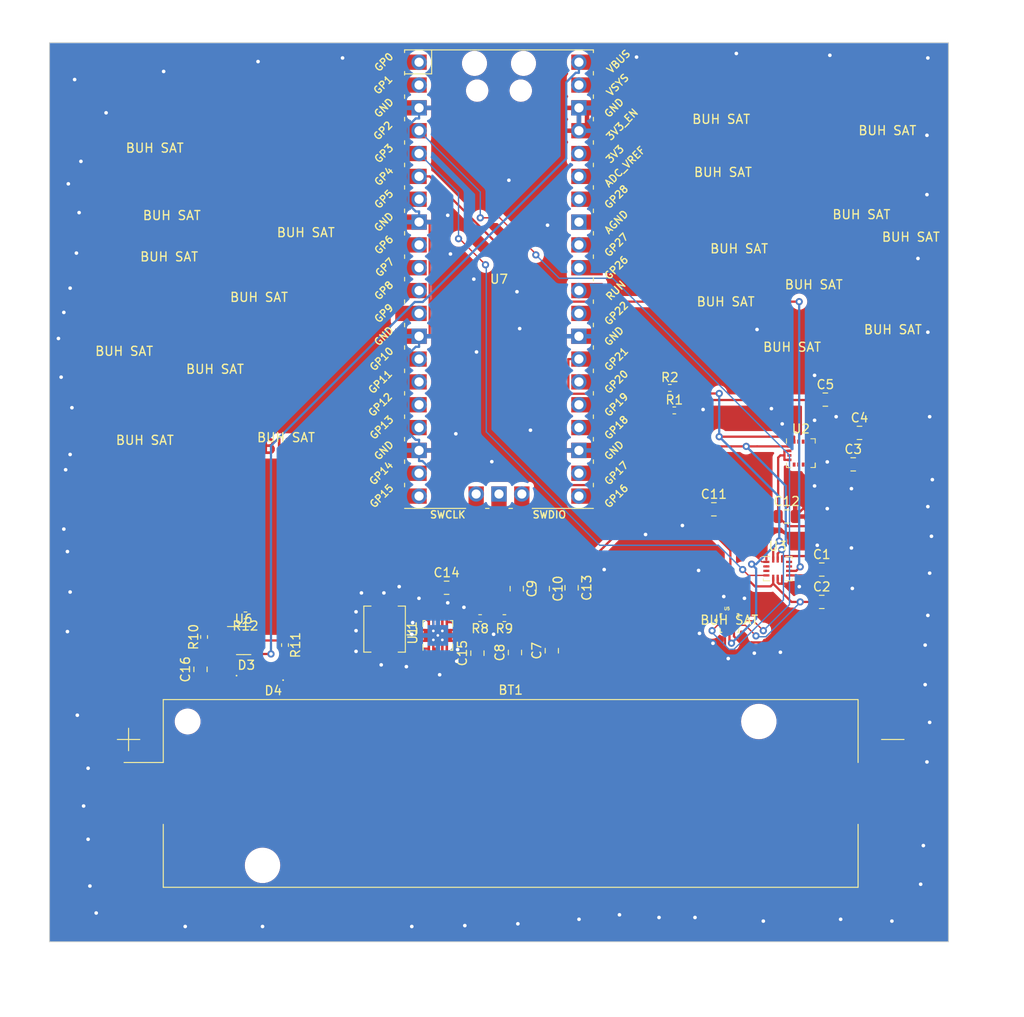
<source format=kicad_pcb>
(kicad_pcb (version 20221018) (generator pcbnew)
  (layers (0 "F.Cu" signal) (31 "B.Cu" signal) (34 "B.Paste" user) (35 "F.Paste" user) (36 "B.SilkS" user "B.Silkscreen") (37 "F.SilkS" user "F.Silkscreen") (38 "B.Mask" user) (39 "F.Mask" user) (44 "Edge.Cuts" user))
  (net 0 "")
  (net 1 "VBAT")
  (net 2 "GND")
  (net 3 "+3V3")
  (net 4 "Net-(U2-SETC)")
  (net 5 "Net-(U2-STEP)")
  (net 6 "Net-(U2-C1)")
  (net 7 "Net-(U1-FB)")
  (net 8 "Net-(U1-VAUX)")
  (net 9 "Net-(D3-K)")
  (net 10 "V-USB")
  (net 11 "Net-(D4-K)")
  (net 12 "Net-(U1-L2)")
  (net 13 "Net-(U1-L1)")
  (net 14 "SCL")
  (net 15 "SDA")
  (net 16 "Net-(U6-CHRG)")
  (net 17 "Net-(U6-STDBY)")
  (net 18 "Net-(U6-PROG)")
  (net 19 "unconnected-(U1-PG-Pad5)")
  (net 26 "INT1")
  (net 27 "INT2")
  (net 30 "INT")
  (net 58 "unconnected-(U3-ASDx-Pad2)")
  (net 59 "unconnected-(U3-ASCx-Pad3)")
  (footprint "Package_TO_SOT_SMD:SOT-23-6" (layer "F.Cu") (at 140.5 94.7)
    (fp_text reference "U6")
    (fp_text value "TP4057")
  )
  (footprint "Resistor_SMD:R_0402_1005Metric" (layer "F.Cu") (at 145.1 95.2 -90)
    (fp_text reference "R11")
    (fp_text value "10k")
  )
  (footprint "Capacitor_SMD:C_0805_2012Metric" (layer "F.Cu") (at 204.8 90.4)
    (fp_text reference "C2")
    (fp_text value "100nF")
  )
  (footprint "Capacitor_SMD:C_0805_2012Metric" (layer "F.Cu") (at 200.9 80.9)
    (fp_text reference "C12")
    (fp_text value "100nF")
  )
  (footprint "Resistor_SMD:R_0402_1005Metric" (layer "F.Cu") (at 188.4 69.1)
    (fp_text reference "R1")
    (fp_text value "4.7k")
  )
  (footprint "Capacitor_SMD:C_0805_2012Metric" (layer "F.Cu") (at 173.775 88.925 -90)
    (fp_text reference "C10")
    (fp_text value "22uF")
  )
  (footprint "Battery:BatteryHolder_Keystone_1042_1x18650" (layer "F.Cu") (at 170.2 111.7)
    (fp_text reference "BT1")
    (fp_text value "Battery")
  )
  (footprint "BMP388:PQFN50P200X200X80-10N" (layer "F.Cu") (at 194.535 92.75)
    (fp_text reference "U5")
    (fp_text value "BMP388")
  )
  (footprint "Capacitor_SMD:C_0805_2012Metric" (layer "F.Cu") (at 176.975 88.825 -90)
    (fp_text reference "C13")
    (fp_text value "22uF")
  )
  (footprint "Resistor_SMD:R_0402_1005Metric" (layer "F.Cu") (at 166.8 92.2 180)
    (fp_text reference "R8")
    (fp_text value "560k")
  )
  (footprint "LED_SMD:LED_0402_1005Metric" (layer "F.Cu") (at 140.8 98.6)
    (fp_text reference "D3")
    (fp_text value "LED_Red")
  )
  (footprint "Resistor_SMD:R_0402_1005Metric" (layer "F.Cu") (at 140.7 91.9 180)
    (fp_text reference "R12")
    (fp_text value "10k")
  )
  (footprint "Package_LGA:Bosch_LGA-14_3x2.5mm_P0.5mm" (layer "F.Cu") (at 199.9 86.7)
    (fp_text reference "U3")
    (fp_text value "BMI160")
  )
  (footprint "Capacitor_SMD:C_0805_2012Metric" (layer "F.Cu") (at 174.775 95.825 90)
    (fp_text reference "C7")
    (fp_text value "10uF")
  )
  (footprint "Capacitor_SMD:C_0805_2012Metric" (layer "F.Cu") (at 205.2 67.9)
    (fp_text reference "C5")
    (fp_text value "100nF")
  )
  (footprint "Capacitor_SMD:C_0805_2012Metric" (layer "F.Cu") (at 209 71.6)
    (fp_text reference "C4")
    (fp_text value "4.7 uF")
  )
  (footprint "Resistor_SMD:R_0402_1005Metric" (layer "F.Cu") (at 136.1 94.3 90)
    (fp_text reference "R10")
    (fp_text value "10k")
  )
  (footprint "Capacitor_SMD:C_0805_2012Metric" (layer "F.Cu") (at 163.075 88.825)
    (fp_text reference "C14")
    (fp_text value "10pF")
  )
  (footprint "Capacitor_SMD:C_0805_2012Metric" (layer "F.Cu") (at 166.5 96.1 90)
    (fp_text reference "C15")
    (fp_text value "100nF")
  )
  (footprint "Package_LGA:LGA-16_3x3mm_P0.5mm" (layer "F.Cu") (at 202.475 73.85)
    (fp_text reference "U2")
    (fp_text value "QMC5883L")
  )
  (footprint "Capacitor_SMD:C_0805_2012Metric" (layer "F.Cu") (at 204.8 86.8)
    (fp_text reference "C1")
    (fp_text value "100nF")
  )
  (footprint "Inductor_SMD:L_Chilisin_BMRA00040420" (layer "F.Cu") (at 156.175 93.425 -90)
    (fp_text reference "L1")
    (fp_text value "1Uh")
  )
  (footprint "LED_SMD:LED_0402_1005Metric" (layer "F.Cu") (at 143.8 99.1 180)
    (fp_text reference "D4")
    (fp_text value "LED_Green")
  )
  (footprint "Capacitor_SMD:C_0805_2012Metric" (layer "F.Cu") (at 170.875 88.925 -90)
    (fp_text reference "C9")
    (fp_text value "22uF")
  )
  (footprint "Resistor_SMD:R_0402_1005Metric" (layer "F.Cu") (at 187.9 66.6)
    (fp_text reference "R2")
    (fp_text value "4.7k")
  )
  (footprint "Capacitor_SMD:C_0805_2012Metric" (layer "F.Cu") (at 192.8 80.1)
    (fp_text reference "C11")
    (fp_text value "100nF")
  )
  (footprint "Capacitor_SMD:C_0805_2012Metric" (layer "F.Cu") (at 170.675 96.025 90)
    (fp_text reference "C8")
    (fp_text value "10uF")
  )
  (footprint "Capacitor_SMD:C_0805_2012Metric" (layer "F.Cu") (at 208.3 75.1)
    (fp_text reference "C3")
    (fp_text value "220nF")
  )
  (footprint "Package_SON:Texas_S-PWSON-N10_ThermalVias" (layer "F.Cu") (at 162.1 94.125 90)
    (fp_text reference "U1")
    (fp_text value "TPS63060")
  )
  (footprint "MCU_RaspberryPi_and_Boards:RPi_Pico_SMD_TH" (layer "F.Cu") (at 168.9 54.5)
    (fp_text reference "U7")
    (fp_text value "Pico")
  )
  (footprint "Capacitor_SMD:C_0805_2012Metric" (layer "F.Cu") (at 135.7 97.9 90)
    (fp_text reference "C16")
    (fp_text value "10uF")
  )
  (footprint "Resistor_SMD:R_0402_1005Metric" (layer "F.Cu") (at 169.5 92.2 180)
    (fp_text reference "R9")
    (fp_text value "100k")
  )
  (gr_rect (start 118.9 28.2) (end 218.9 128.2) (stroke (width 0.1)) (fill none) (layer "Edge.Cuts"))
  (gr_text "BUH SAT\n" (at 130.8 60.1) (layer "F.Cu") (effects (font (size 1.5 1.5) (thickness 0.3) bold) (justify left bottom)))
  (gr_text "BUH SAT\n" (at 138.2 49.8) (layer "F.Cu") (effects (font (size 1.5 1.5) (thickness 0.3) bold) (justify left bottom)))
  (gr_text "BUH SAT\n" (at 146.1 126.1) (layer "F.Cu") (effects (font (size 1.5 1.5) (thickness 0.3) bold) (justify left bottom)))
  (gr_text "BUH SAT\n" (at 124.1 92.5) (layer "F.Cu") (effects (font (size 1.5 1.5) (thickness 0.3) bold) (justify left bottom)))
  (gr_text "BUH SAT\n" (at 142.4 74) (layer "F.Cu") (effects (font (size 1.5 1.5) (thickness 0.3) bold) (justify left bottom)))
  (gr_text "BUH SAT\n" (at 181.4 98.7) (layer "F.Cu") (effects (font (size 1.5 1.5) (thickness 0.3) bold) (justify left bottom)))
  (gr_text "BUH SAT\n" (at 190.4 49.5) (layer "F.Cu") (effects (font (size 1.5 1.5) (thickness 0.3) bold) (justify left bottom)))
  (gr_text "BUH SAT\n" (at 205.6 40.1) (layer "F.Cu") (effects (font (size 1.5 1.5) (thickness 0.3) bold) (justify left bottom)))
  (gr_text "BUH SAT\n" (at 122.3 81.5) (layer "F.Cu") (effects (font (size 1.5 1.5) (thickness 0.3) bold) (justify left bottom)))
  (gr_text "BUH SAT\n" (at 128.1 43.5) (layer "F.Cu") (effects (font (size 1.5 1.5) (thickness 0.3) bold) (justify left bottom)))
  (gr_text "BUH SAT\n" (at 121.9 68.7) (layer "F.Cu") (effects (font (size 1.5 1.5) (thickness 0.3) bold) (justify left bottom)))
  (gr_text "BUH SAT\n" (at 207.1 35.6) (layer "F.Cu") (effects (font (size 1.5 1.5) (thickness 0.3) bold) (justify left bottom)))
  (gr_text "BUH SAT\n" (at 137.8 36.3) (layer "F.Cu") (effects (font (size 1.5 1.5) (thickness 0.3) bold) (justify left bottom)))
  (gr_text "BUH SAT\n" (at 188.5 42.7) (layer "F.Cu") (effects (font (size 1.5 1.5) (thickness 0.3) bold) (justify left bottom)))
  (gr_text "BUH SAT\n" (at 144.6 84.3) (layer "F.Cu") (effects (font (size 1.5 1.5) (thickness 0.3) bold) (justify left bottom)))
  (gr_text "BUH SAT\n" (at 122.5 57.1) (layer "F.Cu") (effects (font (size 1.5 1.5) (thickness 0.3) bold) (justify left bottom)))
  (gr_text "BUH SAT\n" (at 208.786079 38.554666) (layer "F.SilkS") (effects (font (size 1 1)) (justify left bottom)))
  (gr_text "BUH SAT\n" (at 198.187661 62.64198) (layer "F.SilkS") (effects (font (size 1 1)) (justify left bottom)))
  (gr_text "BUH SAT\n" (at 205.9 47.9) (layer "F.SilkS") (effects (font (size 1 1)) (justify left bottom)))
  (gr_text "BUH SAT\n" (at 126.2 73) (layer "F.SilkS") (effects (font (size 1 1)) (justify left bottom)))
  (gr_text "BUH SAT\n" (at 123.9 63.1) (layer "F.SilkS") (effects (font (size 1 1)) (justify left bottom)))
  (gr_text "BUH SAT\n" (at 191.2 93) (layer "F.SilkS") (effects (font (size 1 1)) (justify left bottom)))
  (gr_text "BUH SAT\n" (at 190.8 57.6) (layer "F.SilkS") (effects (font (size 1 1)) (justify left bottom)))
  (gr_text "BUH SAT\n" (at 129.2 48) (layer "F.SilkS") (effects (font (size 1 1)) (justify left bottom)))
  (gr_text "BUH SAT\n" (at 211.4 50.4) (layer "F.SilkS") (effects (font (size 1 1)) (justify left bottom)))
  (gr_text "BUH SAT\n" (at 138.9 57.1) (layer "F.SilkS") (effects (font (size 1 1)) (justify left bottom)))
  (gr_text "BUH SAT\n" (at 200.6 55.7) (layer "F.SilkS") (effects (font (size 1 1)) (justify left bottom)))
  (gr_text "BUH SAT\n" (at 209.4 60.7) (layer "F.SilkS") (effects (font (size 1 1)) (justify left bottom)))
  (gr_text "BUH SAT\n" (at 134 65.1) (layer "F.SilkS") (effects (font (size 1 1)) (justify left bottom)))
  (gr_text "BUH SAT\n" (at 144.1 49.9) (layer "F.SilkS") (effects (font (size 1 1)) (justify left bottom)))
  (gr_text "BUH SAT\n" (at 141.9 72.7) (layer "F.SilkS") (effects (font (size 1 1)) (justify left bottom)))
  (gr_text "BUH SAT\n" (at 190.5 43.2) (layer "F.SilkS") (effects (font (size 1 1)) (justify left bottom)))
  (gr_text "BUH SAT\n" (at 128.9 52.6) (layer "F.SilkS") (effects (font (size 1 1)) (justify left bottom)))
  (gr_text "BUH SAT\n" (at 192.3 51.7) (layer "F.SilkS") (effects (font (size 1 1)) (justify left bottom)))
  (gr_text "BUH SAT\n" (at 190.3 37.3) (layer "F.SilkS") (effects (font (size 1 1)) (justify left bottom)))
  (gr_text "BUH SAT\n" (at 127.3 40.5) (layer "F.SilkS") (effects (font (size 1 1)) (justify left bottom)))
  (segment (start 130.87 111.7) (end 130.87 103.68) (width 0.25) (layer "F.Cu") (net 1))
  (segment (start 135.7 98.85) (end 138.9 95.65) (width 0.25) (layer "F.Cu") (net 1))
  (segment (start 169.714 97.9362) (end 170.675 96.975) (width 0.25) (layer "F.Cu") (net 1))
  (segment (start 158.684 99.7681) (end 136.618 99.7681) (width 0.25) (layer "F.Cu") (net 1))
  (segment (start 139.362 95.65) (end 139.3625 95.65) (width 0.25) (layer "F.Cu") (net 1))
  (segment (start 163.684 97.9362) (end 169.714 97.9362) (width 0.25) (layer "F.Cu") (net 1))
  (segment (start 136.618 99.7681) (end 135.7 98.85) (width 0.25) (layer "F.Cu") (net 1))
  (segment (start 162.1 95.885) (end 161.85 95.885) (width 0.25) (layer "F.Cu") (net 1))
  (segment (start 161.85 95.6) (end 161.6 95.6) (width 0.25) (layer "F.Cu") (net 1))
  (segment (start 162.1 95.885) (end 162.1 96.3519) (width 0.25) (layer "F.Cu") (net 1))
  (segment (start 162.1 96.3519) (end 163.684 97.9362) (width 0.25) (layer "F.Cu") (net 1))
  (segment (start 161.85 95.885) (end 161.85 95.6) (width 0.25) (layer "F.Cu") (net 1))
  (segment (start 174.775 96.775) (end 170.875 96.775) (width 0.25) (layer "F.Cu") (net 1))
  (segment (start 138.9 95.65) (end 139.362 95.65) (width 0.25) (layer "F.Cu") (net 1))
  (segment (start 130.87 103.68) (end 135.7 98.85) (width 0.25) (layer "F.Cu") (net 1))
  (segment (start 162.1 96.3519) (end 158.684 99.7681) (width 0.25) (layer "F.Cu") (net 1))
  (segment (start 161.85 95.885) (end 161.6 95.885) (width 0.25) (layer "F.Cu") (net 1))
  (segment (start 162.1 95.6) (end 161.85 95.6) (width 0.25) (layer "F.Cu") (net 1))
  (segment (start 170.875 96.775) (end 170.675 96.975) (width 0.25) (layer "F.Cu") (net 1))
  (segment (start 190.471 77.46) (end 190.868 77.8568) (width 0.25) (layer "F.Cu") (net 2))
  (segment (start 200.4 88.3769) (end 200.4 88.0447) (width 0.25) (layer "F.Cu") (net 2))
  (segment (start 198.6375 85.95) (end 198.15 85.95) (width 0.15) (layer "F.Cu") (net 2))
  (segment (start 186.783 77.4064) (end 190.471 77.4064) (width 0.25) (layer "F.Cu") (net 2))
  (segment (start 163.525 94.56) (end 162.66 94.56) (width 0.25) (layer "F.Cu") (net 2))
  (segment (start 160.675 93.69) (end 161.54 93.69) (width 0.25) (layer "F.Cu") (net 2))
  (segment (start 177.79 73.55) (end 176.2678 73.55) (width 0.25) (layer "F.Cu") (net 2))
  (segment (start 205.75 86.8) (end 205.75 88.3769) (width 0.25) (layer "F.Cu") (net 2))
  (segment (start 160.675 94.3425) (end 160.675 94.725) (width 0.25) (layer "F.Cu") (net 2))
  (segment (start 191.374 77.7244) (end 193.75 80.1) (width 0.25) (layer "F.Cu") (net 2))
  (segment (start 170.675 95.075) (end 166.575 95.075) (width 0.25) (layer "F.Cu") (net 2))
  (segment (start 197 94.9) (end 196.1 95.8) (width 0.25) (layer "F.Cu") (net 2))
  (segment (start 200.4 88.0447) (end 200.4 87.7125) (width 0.25) (layer "F.Cu") (net 2))
  (segment (start 209.95 71.6) (end 208.786 72.7642) (width 0.25) (layer "F.Cu") (net 2))
  (segment (start 201.9769 88.3769) (end 200.4 88.3769) (width 0.25) (layer "F.Cu") (net 2))
  (segment (start 195.035 94.235) (end 195.7 94.9) (width 0.25) (layer "F.Cu") (net 2))
  (segment (start 160.01 60.85) (end 161.187 60.85) (width 0.25) (layer "F.Cu") (net 2))
  (segment (start 139.362 94.7) (end 139.3625 94.7) (width 0.25) (layer "F.Cu") (net 2))
  (segment (start 163.525 93.925) (end 163.525 94.325) (width 0.25) (layer "F.Cu") (net 2))
  (segment (start 194.035 95.2) (end 194.035 95.265) (width 0.25) (layer "F.Cu") (net 2))
  (segment (start 197.375 91.2) (end 197.7 91.525) (width 0.25) (layer "F.Cu") (net 2))
  (segment (start 208.072 69.7222) (end 207.972 69.7222) (width 0.25) (layer "F.Cu") (net 2))
  (segment (start 161.883 94.56) (end 162.66 94.56) (width 0.25) (layer "F.Cu") (net 2))
  (segment (start 163.525 93.525) (end 163.525 93.69) (width 0.25) (layer "F.Cu") (net 2))
  (segment (start 202.6231 88.3769) (end 202.3 88.7) (width 0.25) (layer "F.Cu") (net 2))
  (segment (start 202.3 88.7) (end 201.9769 88.3769) (width 0.25) (layer "F.Cu") (net 2))
  (segment (start 160.01 48.15) (end 161.187 48.15) (width 0.25) (layer "F.Cu") (net 2))
  (segment (start 136.324 91.9) (end 140.19 91.9) (width 0.25) (layer "F.Cu") (net 2))
  (segment (start 162.6 95.885) (end 162.6 95.6) (width 0.25) (layer "F.Cu") (net 2))
  (segment (start 134.904 94.6196) (end 134.904 93.3198) (width 0.25) (layer "F.Cu") (net 2))
  (segment (start 194.8 91.2) (end 197.375 91.2) (width 0.25) (layer "F.Cu") (net 2))
  (segment (start 140.19 91.9) (end 140.873 91.2168) (width 0.25) (layer "F.Cu") (net 2))
  (segment (start 206.253 74.6) (end 205.412 74.6) (width 0.25) (layer "F.Cu") (net 2))
  (segment (start 177.79 35.45) (end 160.01 35.45) (width 0.25) (layer "F.Cu") (net 2))
  (segment (start 160.675 94.325) (end 160.675 93.925) (width 0.25) (layer "F.Cu") (net 2))
  (segment (start 170.875 90.315) (end 170.03 91.1596) (width 0.25) (layer "F.Cu") (net 2))
  (segment (start 200.4 88.3769) (end 200.036376 88.3769) (width 0.25) (layer "F.Cu") (net 2))
  (segment (start 199.3 91.525) (end 206.875 91.525) (width 0.25) (layer "F.Cu") (net 2))
  (segment (start 209.53 111.7) (end 209.53 94.18) (width 0.25) (layer "F.Cu") (net 2))
  (segment (start 160.675 93.925) (end 160.675 93.69) (width 0.25) (layer "F.Cu") (net 2))
  (segment (start 162.66 94.56) (end 162.6 94.62) (width 0.25) (layer "F.Cu") (net 2))
  (segment (start 161.882 94.3425) (end 161.882 94.5594) (width 0.25) (layer "F.Cu") (net 2))
  (segment (start 200.4 87.7125) (end 200.4 88.3769) (width 0.25) (layer "F.Cu") (net 2))
  (segment (start 170.875 92.0042) (end 170.875 94.875) (width 0.25) (layer "F.Cu") (net 2))
  (segment (start 162.6 93.625) (end 162.6 92.65) (width 0.25) (layer "F.Cu") (net 2))
  (segment (start 162.6 94.625) (end 162.6 95.6) (width 0.25) (layer "F.Cu") (net 2))
  (segment (start 177.79 60.85) (end 161.187 60.85) (width 0.25) (layer "F.Cu") (net 2))
  (segment (start 196.1 95.8) (end 194.4 95.8) (width 0.25) (layer "F.Cu") (net 2))
  (segment (start 161.54 94.3425) (end 161.54 94.56) (width 0.25) (layer "F.Cu") (net 2))
  (segment (start 163.525 93.69) (end 162.66 93.69) (width 0.25) (layer "F.Cu") (net 2))
  (segment (start 163.525 94.725) (end 163.525 94.56) (width 0.25) (layer "F.Cu") (net 2))
  (segment (start 164.025 91.5744) (end 164.025 88.825) (width 0.25) (layer "F.Cu") (net 2))
  (segment (start 194.4 95.8) (end 194.035 95.435) (width 0.25) (layer "F.Cu") (net 2))
  (segment (start 161.54 94.3425) (end 160.675 94.3425) (width 0.25) (layer "F.Cu") (net 2))
  (segment (start 176.875 89.875) (end 176.975 89.775) (width 0.25) (layer "F.Cu") (net 2))
  (segment (start 136.467 96.1829) (end 137.95 94.7) (width 0.25) (layer "F.Cu") (net 2))
  (segment (start 134.904 93.3198) (end 136.324 91.9) (width 0.25) (layer "F.Cu") (net 2))
  (segment (start 163.701 91.8981) (end 164.025 91.5744) (width 0.25) (layer "F.Cu") (net 2))
  (segment (start 206.875 91.525) (end 205.75 90.4) (width 0.25) (layer "F.Cu") (net 2))
  (segment (start 160.675 93.69) (end 160.675 93.525) (width 0.25) (layer "F.Cu") (net 2))
  (segment (start 204.302 73.6) (end 204.302 73.3925) (width 0.25) (layer "F.Cu") (net 2))
  (segment (start 161.6 94.62) (end 161.6 94.625) (width 0.25) (layer "F.Cu") (net 2))
  (segment (start 161.54 94.56) (end 161.6 94.62) (width 0.25) (layer "F.Cu") (net 2))
  (segment (start 205.412 74.6) (end 205.412 74.8282) (width 0.25) (layer "F.Cu") (net 2))
  (segment (start 135.7 96.95) (end 136.467 96.1829) (width 0.25) (layer "F.Cu") (net 2))
  (segment (start 200.036376 88.3769) (end 199.9 88.240524) (width 0.25) (layer "F.Cu") (net 2))
  (segment (start 191.242 77.8568) (end 191.374 77.7244) (width 0.25) (layer "F.Cu") (net 2))
  (segment (start 204.068 80.0255) (end 202.724 80.0255) (width 0.25) (layer "F.Cu") (net 2))
  (segment (start 199.3 93.9) (end 199.3 91.525) (width 0.25) (layer "F.Cu") (net 2))
  (segment (start 162.1 94.125) (end 161.882 94.3425) (width 0.25) (layer "F.Cu") (net 2))
  (segment (start 207.972 69.7222) (end 206.15 67.9) (width 0.25) (layer "F.Cu") (net 2))
  (segment (start 195.035 91.985) (end 195.12 91.9) (width 0.25) (layer "F.Cu") (net 2))
  (segment (start 190.868 77.8568) (end 191.242 77.8568) (width 0.25) (layer "F.Cu") (net 2))
  (segment (start 173.775 89.875) (end 176.875 89.875) (width 0.25) (layer "F.Cu") (net 2))
  (segment (start 199.9 88.240524) (end 199.9 87.7125) (width 0.25) (layer "F.Cu") (net 2))
  (segment (start 163.525 94.56) (end 163.525 94.325) (width 0.25) (layer "F.Cu") (net 2))
  (segment (start 174.775 94.875) (end 170.875 94.875) (width 0.25) (layer "F.Cu") (net 2))
  (segment (start 166.5 94.6968) (end 166.5 95.15) (width 0.25) (layer "F.Cu") (net 2))
  (segment (start 186.782 77.4049) (end 186.783 77.4064) (width 0.25) (layer "F.Cu") (net 2))
  (segment (start 208.786 72.7642) (end 208.089 72.7642) (width 0.25) (layer "F.Cu") (net 2))
  (segment (start 190.471 77.4064) (end 190.471 77.46) (width 0.25) (layer "F.Cu") (net 2))
  (segment (start 162.6 93.63) (end 162.6 93.625) (width 0.25) (layer "F.Cu") (net 2))
  (segment (start 163.525 93.69) (end 163.525 93.925) (width 0.25) (layer "F.Cu") (net 2))
  (segment (start 160.675 94.325) (end 160.675 94.3425) (width 0.25) (layer "F.Cu") (net 2))
  (segment (start 203.75 73.6) (end 204.302 73.6) (width 0.25) (layer "F.Cu") (net 2))
  (segment (start 194.535 91.465) (end 194.8 91.2) (width 0.25) (layer "F.Cu") (net 2))
  (segment (start 161.882 94.5594) (end 161.883 94.56) (width 0.25) (layer "F.Cu") (net 2))
  (segment (start 160.01 73.55) (end 173.088 73.55) (width 0.25) (layer "F.Cu") (net 2))
  (segment (start 161.882 94.3425) (end 161.54 94.3425) (width 0.25) (layer "F.Cu") (net 2))
  (segment (start 173.088 73.55) (end 174.6779 75.1399) (width 0.25) (layer "F.Cu") (net 2))
  (segment (start 162.6 94.62) (end 162.6 94.625) (width 0.25) (layer "F.Cu") (net 2))
  (segment (start 197 94.9) (end 198.3 94.9) (width 0.25) (layer "F.Cu") (net 2))
  (segment (start 162.6 92.65) (end 162.6 92.365) (width 0.25) (layer "F.Cu") (net 2))
  (segment (start 170.03 91.1596) (end 170.875 92.0042) (width 0.25) (layer "F.Cu") (net 2))
  (segment (start 198.3 94.9) (end 199.3 93.9) (width 0.25) (layer "F.Cu") (net 2))
  (segment (start 176.2678 73.55) (end 174.6779 75.1399) (width 0.25) (layer "F.Cu") (net 2))
  (segment (start 162.6 92.365) (end 162.6 91.8981) (width 0.25) (layer "F.Cu") (net 2))
  (segment (start 194.035 95.435) (end 194.035 95.2) (width 0.25) (layer "F.Cu") (net 2))
  (segment (start 163.701 91.8981) (end 166.5 94.6968) (width 0.25) (layer "F.Cu") (net 2))
  (segment (start 170.03 91.1596) (end 168.99 92.2) (width 0.25) (layer "F.Cu") (net 2))
  (segment (start 195.035 93.515) (end 195.035 94.235) (width 0.25) (layer "F.Cu") (net 2))
  (segment (start 205.412 74.6) (end 203.75 74.6) (width 0.25) (layer "F.Cu") (net 2))
  (segment (start 202.724 80.0255) (end 201.85 80.9) (width 0.25) (layer "F.Cu") (net 2))
  (segment (start 162.66 93.69) (end 162.6 93.63) (width 0.25) (layer "F.Cu") (net 2))
  (segment (start 194.035 93.515) (end 194.035 95.2) (width 0.25) (layer "F.Cu") (net 2))
  (segment (start 195.7 94.9) (end 197 94.9) (width 0.25) (layer "F.Cu") (net 2))
  (segment (start 170.875 89.875) (end 170.875 90.315) (width 0.25) (layer "F.Cu") (net 2))
  (segment (start 161.54 93.685) (end 161.54 93.69) (width 0.25) (layer "F.Cu") (net 2))
  (segment (start 204.302 73.3925) (end 207.972 69.7222) (width 0.25) (layer "F.Cu") (net 2))
  (segment (start 205.412 80.0255) (end 204.068 80.0255) (width 0.25) (layer "F.Cu") (net 2))
  (segment (start 198.15 85.95) (end 197.5 85.3) (width 0.15) (layer "F.Cu") (net 2))
  (segment (start 162.6 91.8981) (end 163.701 91.8981) (width 0.25) (layer "F.Cu") (net 2))
  (segment (start 140.873 91.2168) (end 142.599 91.2168) (width 0.25) (layer "F.Cu") (net 2))
  (segment (start 197.7 91.525) (end 199.3 91.525) (width 0.25) (layer "F.Cu") (net 2))
  (segment (start 197.325 91.9) (end 197.7 91.525) (width 0.25) (layer "F.Cu") (net 2))
  (segment (start 142.599 91.2168) (end 144.907 93.525) (width 0.25) (layer "F.Cu") (net 2))
  (segment (start 136.467 96.1829) (end 134.904 94.6196) (width 0.25) (layer "F.Cu") (net 2))
  (segment (start 205.75 88.3769) (end 205.75 90.4) (width 0.25) (layer "F.Cu") (net 2))
  (segment (start 208.089 72.7642) (end 206.253 74.6) (width 0.25) (layer "F.Cu") (net 2))
  (segment (start 209.53 94.18) (end 206.875 91.525) (width 0.25) (layer "F.Cu") (net 2))
  (segment (start 194.535 91.985) (end 194.535 91.465) (width 0.25) (layer "F.Cu") (net 2))
  (segment (start 161.187 48.15) (end 161.187 60.85) (width 0.25) (layer "F.Cu") (net 2))
  (segment (start 176.943 77.4049) (end 186.782 77.4049) (width 0.25) (layer "F.Cu") (net 2))
  (segment (start 170.875 89.875) (end 173.775 89.875) (width 0.25) (layer "F.Cu") (net 2))
  (segment (start 137.95 94.7) (end 139.362 94.7) (width 0.25) (layer "F.Cu") (net 2))
  (segment (start 166.575 95.075) (end 166.5 95.15) (width 0.25) (layer "F.Cu") (net 2))
  (segment (start 174.6779 75.1399) (end 176.943 77.4049) (width 0.25) (layer "F.Cu") (net 2))
  (segment (start 170.875 94.875) (end 170.675 95.075) (width 0.25) (layer "F.Cu") (net 2))
  (segment (start 195.12 91.9) (end 197.325 91.9) (width 0.25) (layer "F.Cu") (net 2))
  (segment (start 161.6 93.625) (end 161.54 93.685) (width 0.25) (layer "F.Cu") (net 2))
  (segment (start 209.95 71.6) (end 208.072 69.7222) (width 0.25) (layer "F.Cu") (net 2))
  (via (at 162.3 98.5) (size 0.8) (drill 0.4) (layers "F.Cu" "B.Cu") (net 2))
  (via (at 159.3 92.7) (size 0.8) (drill 0.4) (layers "F.Cu" "B.Cu") (net 2))
  (via (at 122.2 47.1) (size 0.8) (drill 0.4) (layers "F.Cu" "B.Cu") (net 2))
  (via (at 121.9 51.6) (size 0.8) (drill 0.4) (layers "F.Cu" "B.Cu") (net 2))
  (via (at 217.1 76.8) (size 0.8) (drill 0.4) (layers "F.Cu" "B.Cu") (net 2))
  (via (at 121 43.9) (size 0.8) (drill 0.4) (layers "F.Cu" "B.Cu") (net 2))
  (via (at 185.2 82.9) (size 0.8) (drill 0.4) (layers "F.Cu" "B.Cu") (net 2))
  (via (at 196.2 90) (size 0.8) (drill 0.4) (layers "F.Cu" "B.Cu") (net 2))
  (via (at 153 95.9) (size 0.8) (drill 0.4) (layers "F.Cu" "B.Cu") (net 2))
  (via (at 131.6 31.4) (size 0.8) (drill 0.4) (layers "F.Cu" "B.Cu") (net 2))
  (via (at 164.3 95.7) (size 0.8) (drill 0.4) (layers "F.Cu" "B.Cu") (net 2))
  (via (at 206.9 125.7) (size 0.8) (drill 0.4) (layers "F.Cu" "B.Cu") (net 2))
  (via (at 204 65.2) (size 0.8) (drill 0.4) (layers "F.Cu" "B.Cu") (net 2))
  (via (at 164.1 71.7) (size 0.8) (drill 0.4) (layers "F.Cu" "B.Cu") (net 2))
  (via (at 158.6 97.6) (size 0.8) (drill 0.4) (layers "F.Cu" "B.Cu") (net 2))
  (via (at 157.8 88.7) (size 0.8) (drill 0.4) (layers "F.Cu" "B.Cu") (net 2))
  (via (at 208.1 84.4) (size 0.8) (drill 0.4) (layers "F.Cu" "B.Cu") (net 2))
  (via (at 204 70.2) (size 0.8) (drill 0.4) (layers "F.Cu" "B.Cu") (net 2))
  (via (at 151.5 29.9) (size 0.8) (drill 0.4) (layers "F.Cu" "B.Cu") (net 2))
  (via (at 134 126.5) (size 0.8) (drill 0.4) (layers "F.Cu" "B.Cu") (net 2))
  (via (at 208.2 88.9) (size 0.8) (drill 0.4) (layers "F.Cu" "B.Cu") (net 2))
  (via (at 216.5 38.5) (size 0.8) (drill 0.4) (layers "F.Cu" "B.Cu") (net 2))
  (via (at 184.2 29.8) (size 0.8) (drill 0.4) (layers "F.Cu" "B.Cu") (net 2))
  (via (at 120.2 65.4) (size 0.8) (drill 0.4) (layers "F.Cu" "B.Cu") (net 2))
  (via (at 163.2 90.5) (size 0.8) (drill 0.4) (layers "F.Cu" "B.Cu") (net 2))
  (via (at 166.1 54.5) (size 0.8) (drill 0.4) (layers "F.Cu" "B.Cu") (net 2))
  (via (at 190.7 125.5) (size 0.8) (drill 0.4) (layers "F.Cu" "B.Cu") (net 2))
  (via (at 123.2 116.8) (size 0.8) (drill 0.4) (layers "F.Cu" "B.Cu") (net 2))
  (via (at 216.5 108.2) (size 0.8) (drill 0.4) (layers "F.Cu" "B.Cu") (net 2))
  (via (at 171.2 60) (size 0.8) (drill 0.4) (layers "F.Cu" "B.Cu") (net 2))
  (via (at 142.6 126.5) (size 0.8) (drill 0.4) (layers "F.Cu" "B.Cu") (net 2))
  (via (at 216.6 79.8) (size 0.8) (drill 0.4) (layers "F.Cu" "B.Cu") (net 2))
  (via (at 163.2 47.4) (size 0.8) (drill 0.4) (layers "F.Cu" "B.Cu") (net 2))
  (via (at 156.1 89.4) (size 0.8) (drill 0.4) (layers "F.Cu" "B.Cu") (net 2))
  (via (at 165 91) (size 0.8) (drill 0.4) (layers "F.Cu" "B.Cu") (net 2))
  (via (at 194.4 96.7) (size 0.8) (drill 0.4) (layers "F.Cu" "B.Cu") (net 2))
  (via (at 191.2 93.9) (size 0.8) (drill 0.4) (layers "F.Cu" "B.Cu") (net 2))
  (via (at 170 43.5) (size 0.8) (drill 0.4) (layers "F.Cu" "B.Cu") (net 2))
  (via (at 204.3 84.1) (size 0.8) (drill 0.4) (layers "F.Cu" "B.Cu") (net 2))
  (via (at 121.2 74) (size 0.8) (drill 0.4) (layers "F.Cu" "B.Cu") (net 2))
  (via (at 215.5 52.2) (size 0.8) (drill 0.4) (layers "F.Cu" "B.Cu") (net 2))
  (via (at 121.2 55.5) (size 0.8) (drill 0.4) (layers "F.Cu" "B.Cu") (net 2))
  (via (at 168.3 94) (size 0.8) (drill 0.4) (layers "F.Cu" "B.Cu") (net 2))
  (via (at 191.1 86.9) (size 0.8) (drill 0.4) (layers "F.Cu" "B.Cu") (net 2))
  (via (at 200.4 70.6) (size 0.8) (drill 0.4) (layers "F.Cu" "B.Cu") (net 2))
  (via (at 189.3 81.9) (size 0.8) (drill 0.4) (layers "F.Cu" "B.Cu") (net 2))
  (via (at 216.1 117.5) (size 0.8) (drill 0.4) (layers "F.Cu" "B.Cu") (net 2))
  (via (at 205.7 29.6) (size 0.8) (drill 0.4) (layers "F.Cu" "B.Cu") (net 2))
  (via (at 216.5 45.1) (size 0.8) (drill 0.4) (layers "F.Cu" "B.Cu") (net 2))
  (via (at 216.8 69.8) (size 0.8) (drill 0.4) (layers "F.Cu" "B.Cu") (net 2))
  (via (at 165.1 126.4) (size 0.8) (drill 0.4) (layers "F.Cu" "B.Cu") (net 2))
  (via (at 199.2 68.9) (size 0.8) (drill 0.4) (layers "F.Cu" "B.Cu") (net 2))
  (via (at 164.2 97) (size 0.8) (drill 0.4) (layers "F.Cu" "B.Cu") (net 2))
  (via (at 121.4 68.8) (size 0.8) (drill 0.4) (layers "F.Cu" "B.Cu") (net 2))
  (via (at 205.412 74.8282) (size 0.8) (drill 0.4) (layers "F.Cu" "B.Cu") (net 2))
  (via (at 205.412 80.0255) (size 0.8) (drill 0.4) (layers "F.Cu" "B.Cu") (net 2))
  (via (at 120.7 75.7) (size 0.8) (drill 0.4) (layers "F.Cu" "B.Cu") (net 2))
  (via (at 180.6 86.8) (size 0.8) (drill 0.4) (layers "F.Cu" "B.Cu") (net 2))
  (via (at 124.1 125) (size 0.8) (drill 0.4) (layers "F.Cu" "B.Cu") (net 2))
  (via (at 159.2 126.5) (size 0.8) (drill 0.4) (layers "F.Cu" "B.Cu") (net 2))
  (via (at 123.2 108.9) (size 0.8) (drill 0.4) (layers "F.Cu" "B.Cu") (net 2))
  (via (at 174.3 48.5) (size 0.8) (drill 0.4) (layers "F.Cu" "B.Cu") (net 2))
  (via (at 153 91.5) (size 0.8) (drill 0.4) (layers "F.Cu" "B.Cu") (net 2))
  (via (at 200.2 96) (size 0.8) (drill 0.4) (layers "F.Cu" "B.Cu") (net 2))
  (via (at 172.4 71.3) (size 0.8) (drill 0.4) (layers "F.Cu" "B.Cu") (net 2))
  (via (at 215.8 121.8) (size 0.8) (drill 0.4) (layers "F.Cu" "B.Cu") (net 2))
  (via (at 216.8 103.8) (size 0.8) (drill 0.4) (layers "F.Cu" "B.Cu") (net 2))
  (via (at 197.6 60.1) (size 0.8) (drill 0.4) (layers "F.Cu" "B.Cu") (net 2))
  (via (at 198.3 125.9) (size 0.8) (drill 0.4) (layers "F.Cu" "B.Cu") (net 2))
  (via (at 186.7 125.5) (size 0.8) (drill 0.4) (layers "F.Cu" "B.Cu") (net 2))
  (via (at 216.8 87.2) (size 0.8) (drill 0.4) (layers "F.Cu" "B.Cu") (net 2))
  (via (at 166.4 62.6) (size 0.8) (drill 0.4) (layers "F.Cu" "B.Cu") (net 2))
  (via (at 163.5 51.7) (size 0.8) (drill 0.4) (layers "F.Cu" "B.Cu") (net 2))
  (via (at 216.6 91.9) (size 0.8) (drill 0.4) (layers "F.Cu" "B.Cu") (net 2))
  (via (at 216.3 99.6) (size 0.8) (drill 0.4) (layers "F.Cu" "B.Cu") (net 2))
  (via (at 204 77.5) (size 0.8) (drill 0.4) (layers "F.Cu" "B.Cu") (net 2))
  (via (at 119.9 61.1) (size 0.8) (drill 0.4) (layers "F.Cu" "B.Cu") (net 2))
  (via (at 216.6 60.4) (size 0.8) (drill 0.4) (layers "F.Cu" "B.Cu") (net 2))
  (via (at 195.3 29.4) (size 0.8) (drill 0.4) (layers "F.Cu" "B.Cu") (net 2))
  (via (at 120.5 82.3) (size 0.8) (drill 0.4) (layers "F.Cu" "B.Cu") (net 2))
  (via (at 197.3 96.1) (size 0.8) (drill 0.4) (layers "F.Cu" "B.Cu") (net 2))
  (via (at 193.9 89.8) (size 0.8) (drill 0.4) (layers "F.Cu" "B.Cu") (net 2))
  (via (at 120.5 58.2) (size 0.8) (drill 0.4) (layers "F.Cu" "B.Cu") (net 2))
  (via (at 182.3 125.2) (size 0.8) (drill 0.4) (layers "F.Cu" "B.Cu") (net 2))
  (via (at 159.2 94) (size 0.8) (drill 0.4) (layers "F.Cu" "B.Cu") (net 2))
  (via (at 142.1 30.3) (size 0.8) (drill 0.4) (layers "F.Cu" "B.Cu") (net 2))
  (via (at 177.8 125.7) (size 0.8) (drill 0.4) (layers "F.Cu" "B.Cu") (net 2))
  (via (at 160 90) (size 0.8) (drill 0.4) (layers "F.Cu" "B.Cu") (net 2))
  (via (at 153 93.6) (size 0.8) (drill 0.4) (layers "F.Cu" "B.Cu") (net 2))
  (via (at 216.3 95.2) (size 0.8) (drill 0.4) (layers "F.Cu" "B.Cu") (net 2))
  (via (at 120.9 93.7) (size 0.8) (drill 0.4) (layers "F.Cu" "B.Cu") (net 2))
  (via (at 208.1 77.8) (size 0.8) (drill 0.4) (layers "F.Cu" "B.Cu") (net 2))
  (via (at 155.8 97.4) (size 0.8) (drill 0.4) (layers "F.Cu" "B.Cu") (net 2))
  (via (at 168.1 74.8) (size 0.8) (drill 0.4) (layers "F.Cu" "B.Cu") (net 2))
  (via (at 206.4 69.8) (size 0.8) (drill 0.4) (layers "F.Cu" "B.Cu") (net 2))
  (via (at 120.9 84.8) (size 0.8) (drill 0.4) (layers "F.Cu" "B.Cu") (net 2))
  (via (at 192.7 95) (size 0.8) (drill 0.4) (layers "F.Cu" "B.Cu") (net 2))
  (via (at 123.4 122) (size 0.8) (drill 0.4) (layers "F.Cu" "B.Cu") (net 2))
  (via (at 170.9 55.9) (size 0.8) (drill 0.4) (layers "F.Cu" "B.Cu") (net 2))
  (via (at 191.6 69) (size 0.8) (drill 0.4) (layers "F.Cu" "B.Cu") (net 2))
  (via (at 121.7 32.3) (size 0.8) (drill 0.4) (layers "F.Cu" "B.Cu") (net 2))
  (via (at 122 103) (size 0.8) (drill 0.4) (layers "F.Cu" "B.Cu") (net 2))
  (via (at 216.6 29.9) (size 0.8) (drill 0.4) (layers "F.Cu" "B.Cu") (net 2))
  (via (at 202.3 88.7) (size 0.8) (drill 0.4) (layers "F.Cu" "B.Cu") (net 2))
  (via (at 217 83.1) (size 0.8) (drill 0.4) (layers "F.Cu" "B.Cu") (net 2))
  (via (at 171 126.2) (size 0.8) (drill 0.4) (layers "F.Cu" "B.Cu") (net 2))
  (via (at 125.2 36) (size 0.8) (drill 0.4) (layers "F.Cu" "B.Cu") (net 2))
  (via (at 153.6 89.4) (size 0.8) (drill 0.4) (layers "F.Cu" "B.Cu") (net 2))
  (via (at 122.4 41.4) (size 0.8) (drill 0.4) (layers "F.Cu" "B.Cu") (net 2))
  (via (at 212.6 125.9) (size 0.8) (drill 0.4) (layers "F.Cu" "B.Cu") (net 2))
  (via (at 122.7 113.1) (size 0.8) (drill 0.4) (layers "F.Cu" "B.Cu") (net 2))
  (via (at 121.2 89.3) (size 0.8) (drill 0.4) (layers "F.Cu" "B.Cu") (net 2))
  (segment (start 205.412 85.588) (end 205.412 80.0255) (width 0.25) (layer "B.Cu") (net 2))
  (segment (start 158.833 46.164) (end 159.642 46.9731) (width 0.25) (layer "B.Cu") (net 2))
  (segment (start 159.642 72.3731) (end 160.01 72.3731) (width 0.25) (layer "B.Cu") (net 2))
  (segment (start 160.01 36.6269) (end 159.642 36.6269) (width 0.25) (layer "B.Cu") (net 2))
  (segment (start 160.01 46.9731) (end 160.01 48.15) (width 0.25) (layer "B.Cu") (net 2))
  (segment (start 205.412 80.0255) (end 205.412 74.8282) (width 0.25) (layer "B.Cu") (net 2))
  (segment (start 160.01 73.55) (end 160.01 74.7269) (width 0.25) (layer "B.Cu") (net 2))
  (segment (start 160.01 62.0269) (end 159.642 62.0269) (width 0.25) (layer "B.Cu") (net 2))
  (segment (start 160.01 72.3731) (end 160.01 73.55) (width 0.25) (layer "B.Cu") (net 2))
  (segment (start 160.01 60.85) (end 160.01 62.0269) (width 0.25) (layer "B.Cu") (net 2))
  (segment (start 158.833 71.564) (end 159.642 72.3731) (width 0.25) (layer "B.Cu") (net 2))
  (segment (start 162.1 94.125) (end 162.1 94.126) (width 0.25) (layer "B.Cu") (net 2))
  (segment (start 159.642 62.0269) (end 158.833 62.8359) (width 0.25) (layer "B.Cu") (net 2))
  (segment (start 158.833 37.4359) (end 158.833 46.164) (width 0.25) (layer "B.Cu") (net 2))
  (segment (start 159.642 36.6269) (end 158.833 37.4359) (width 0.25) (layer "B.Cu") (net 2))
  (segment (start 160.01 74.7269) (end 160.378 74.7269) (width 0.25) (layer "B.Cu") (net 2))
  (segment (start 202.3 88.7) (end 205.412 85.588) (width 0.25) (layer "B.Cu") (net 2))
  (segment (start 161.6 75.9491) (end 161.6 93.625) (width 0.25) (layer "B.Cu") (net 2))
  (segment (start 159.642 46.9731) (end 160.01 46.9731) (width 0.25) (layer "B.Cu") (net 2))
  (segment (start 160.378 74.7269) (end 161.6 75.9491) (width 0.25) (layer "B.Cu") (net 2))
  (segment (start 160.01 35.45) (end 160.01 36.6269) (width 0.25) (layer "B.Cu") (net 2))
  (segment (start 158.833 62.8359) (end 158.833 71.564) (width 0.25) (layer "B.Cu") (net 2))
  (segment (start 211.574 83.9369) (end 209.786 85.7249) (width 0.25) (layer "F.Cu") (net 3))
  (segment (start 183.03 40.53) (end 188.1 45.6) (width 0.25) (layer "F.Cu") (net 3))
  (segment (start 187.89 67.9427) (end 187.89 69.1) (width 0.25) (layer "F.Cu") (net 3))
  (segment (start 167.31 91.54) (end 167.31 92.2) (width 0.25) (layer "F.Cu") (net 3))
  (segment (start 187.39 67.4427) (end 187.89 67.9427) (width 0.25) (layer "F.Cu") (net 3))
  (segment (start 199.95 74.35) (end 199.95 80.9) (width 0.25) (layer "F.Cu") (net 3))
  (segment (start 188.1 45.6) (end 202.1 45.6) (width 0.25) (layer "F.Cu") (net 3))
  (segment (start 199.4 88.3769) (end 201.423 90.4) (width 0.25) (layer "F.Cu") (net 3))
  (segment (start 203.85 85.7249) (end 203.85 86.8) (width 0.25) (layer "F.Cu") (net 3))
  (segment (start 209.6 80.9075) (end 209.6 80.69) (width 0.25) (layer "F.Cu") (net 3))
  (segment (start 211.574 82.6502) (end 211.574 83.9369) (width 0.25) (layer "F.Cu") (net 3))
  (segment (start 197.356 88.6696) (end 199.1073 88.6696) (width 0.25) (layer "F.Cu") (net 3))
  (segment (start 176.875 87.975) (end 176.975 87.875) (width 0.25) (layer "F.Cu") (net 3))
  (segment (start 200.4 85.6875) (end 200.4 85.306523) (width 0.25) (layer "F.Cu") (net 3))
  (segment (start 203.225 67.9427) (end 203.225 72.575) (width 0.25) (layer "F.Cu") (net 3))
  (segment (start 161.286 88.1069) (end 161.286 90.5604) (width 0.25) (layer "F.Cu") (net 3))
  (segment (start 202.1 45.6) (end 206.6 50.1) (width 0.25) (layer "F.Cu") (net 3))
  (segment (start 200.2 74.1) (end 199.95 74.35) (width 0.25) (layer "F.Cu") (net 3))
  (segment (start 194.7 87.856843) (end 196.543157 87.856843) (width 0.25) (layer "F.Cu") (net 3))
  (segment (start 196.543157 87.856843) (end 197.356 88.6696) (width 0.25) (layer "F.Cu") (net 3))
  (segment (start 194.7 87.856843) (end 193.143157 87.856843) (width 0.25) (layer "F.Cu") (net 3))
  (segment (start 203.4251 85.3) (end 201.3 85.3) (width 0.25) (layer "F.Cu") (net 3))
  (segment (start 195.3 93) (end 196.307681 93) (width 0.15) (layer "F.Cu") (net 3))
  (segment (start 193.77 92.5) (end 192 92.5) (width 0.15) (layer "F.Cu") (net 3))
  (segment (start 209.6 80.69) (end 211.234 79.0556) (width 0.25) (layer "F.Cu") (net 3))
  (segment (start 187.89 67.9427) (end 203.225 67.9427) (width 0.25) (layer "F.Cu") (net 3))
  (segment (start 211.234 79.0556) (end 211.234 70.6662) (width 0.25) (layer "F.Cu") (net 3))
  (segment (start 170.875 87.975) (end 168.155 90.6953) (width 0.25) (layer "F.Cu") (net 3))
  (segment (start 203.2 87.45) (end 203.85 86.8) (width 0.25) (layer "F.Cu") (net 3))
  (segment (start 168.155 90.6953) (end 164.763 87.3037) (width 0.25) (layer "F.Cu") (net 3))
  (segment (start 200.648 73.6) (end 200.648 74.1) (width 0.25) (layer "F.Cu") (net 3))
  (segment (start 201.293477 85.306523) (end 201.3 85.3) (width 0.25) (layer "F.Cu") (net 3))
  (segment (start 203.85 85.7249) (end 203.4251 85.3) (width 0.25) (layer "F.Cu") (net 3))
  (segment (start 176.975 87.875) (end 184.75 80.1) (width 0.25) (layer "F.Cu") (net 3))
  (segment (start 209.6 80.9075) (end 209.831 80.9075) (width 0.25) (layer "F.Cu") (net 3))
  (segment (start 200.648 74.6) (end 201.2 74.6) (width 0.25) (layer "F.Cu") (net 3))
  (segment (start 201.3 85.3) (end 200.995605 85.3) (width 0.25) (layer "F.Cu") (net 3))
  (segment (start 199.1073 88.6696) (end 199.4 88.3769) (width 0.25) (layer "F.Cu") (net 3))
  (segment (start 200.4 85.306523) (end 201.293477 85.306523) (width 0.25) (layer "F.Cu") (net 3))
  (segment (start 204.25 67.5782) (end 204.25 67.9) (width 0.25) (layer "F.Cu") (net 3))
  (segment (start 193.4 90.9) (end 191.5 90.9) (width 0.25) (layer "F.Cu") (net 3))
  (segment (start 161.286 90.5604) (end 161.6 90.8739) (width 0.25) (layer "F.Cu") (net 3))
  (segment (start 162.09 87.3037) (end 161.286 88.1069) (width 0.25) (layer "F.Cu") (net 3))
  (segment (start 161.6 92.365) (end 161.6 92.65) (width 0.25) (layer "F.Cu") (net 3))
  (segment (start 209.49 83.3) (end 208.94 82.7495) (width 0.25) (layer "F.Cu") (net 3))
  (segment (start 203.225 67.9427) (end 204.207 67.9427) (width 0.25) (layer "F.Cu") (net 3))
  (segment (start 191.5 90.9) (end 191.5 92.2) (width 0.25) (layer "F.Cu") (net 3))
  (segment (start 164.763 87.3037) (end 162.09 87.3037) (width 0.25) (layer "F.Cu") (net 3))
  (segment (start 194.035 91.985) (end 194.035 91.535) (width 0.25) (layer "F.Cu") (net 3))
  (segment (start 191.85 80.1) (end 191.85 81.8853) (width 0.25) (layer "F.Cu") (net 3))
  (segment (start 193.143157 87.856843) (end 191.5 89.5) (width 0.25) (layer "F.Cu") (net 3))
  (segment (start 205.467 66.3614) (end 204.25 67.5782) (width 0.25) (layer "F.Cu") (net 3))
  (segment (start 184.75 80.1) (end 191.85 80.1) (width 0.25) (layer "F.Cu") (net 3))
  (segment (start 177.79 40.53) (end 183.03 40.53) (width 0.25) (layer "F.Cu") (net 3))
  (segment (start 211.234 70.6662) (end 206.93 66.3614) (width 0.25) (layer "F.Cu") (net 3))
  (segment (start 199.95 80.9) (end 201.027 81.9767) (width 0.25) (layer "F.Cu") (net 3))
  (segment (start 161.6 90.8739) (end 161.6 92.365) (width 0.25) (layer "F.Cu") (net 3))
  (segment (start 173.775 87.975) (end 170.875 87.975) (width 0.25) (layer "F.Cu") (net 3))
  (segment (start 201.423 90.4) (end 203.85 90.4) (width 0.25) (layer "F.Cu") (net 3))
  (segment (start 203.85 86.8) (end 203.85 90.4) (width 0.25) (layer "F.Cu") (net 3))
  (segment (start 209.786 85.7249) (end 203.85 85.7249) (width 0.25) (layer "F.Cu") (net 3))
  (segment (start 209.831 80.9075) (end 211.574 82.6502) (width 0.25) (layer "F.Cu") (net 3))
  (segment (start 201.027 81.9767) (end 208.94 81.9767) (width 0.25) (layer "F.Cu") (net 3))
  (segment (start 191.5 89.5) (end 191.5 90.9) (width 0.25) (layer "F.Cu") (net 3))
  (segment (start 208.94 81.9767) (end 208.94 81.3505) (width 0.25) (layer "F.Cu") (net 3))
  (segment (start 168.155 90.6953) (end 167.31 91.54) (width 0.25) (layer "F.Cu") (net 3))
  (segment (start 199.4 87.9911) (end 199.4 88.3769) (width 0.25) (layer "F.Cu") (net 3))
  (segment (start 194.636 87.792843) (end 194.7 87.856843) (width 0.25) (layer "F.Cu") (net 3))
  (segment (start 194.636 84.6714) (end 194.636 87.792843) (width 0.25) (layer "F.Cu") (net 3))
  (segment (start 201.2 73.6) (end 200.648 73.6) (width 0.25) (layer "F.Cu") (net 3))
  (segment (start 199.4 87.9911) (end 199.4 87.7125) (width 0.25) (layer "F.Cu") (net 3))
  (segment (start 204.207 67.9427) (end 204.25 67.9) (width 0.25) (layer "F.Cu") (net 3))
  (segment (start 206.6 50.1) (end 206.6 66.3614) (width 0.25) (layer "F.Cu") (net 3))
  (segment (start 208.94 81.3505) (end 209.382 80.9075) (width 0.25) (layer "F.Cu") (net 3))
  (segment (start 209.382 80.9075) (end 209.6 80.9075) (width 0.25) (layer "F.Cu") (net 3))
  (segment (start 201.1625 87.4504) (end 201.1625 87.45) (width 0.25) (layer "F.Cu") (net 3))
  (segment (start 194.035 91.535) (end 193.4 90.9) (width 0.25) (layer "F.Cu") (net 3))
  (segment (start 173.775 87.975) (end 176.875 87.975) (width 0.25) (layer "F.Cu") (net 3))
  (segment (start 191.8 92.5) (end 192 92.5) (width 0.25) (layer "F.Cu") (net 3))
  (segment (start 187.39 66.6) (end 187.39 67.4427) (width 0.25) (layer "F.Cu") (net 3))
  (segment (start 206.93 66.3614) (end 206.6 66.3614) (width 0.25) (layer "F.Cu") (net 3))
  (segment (start 206.6 66.3614) (end 205.467 66.3614) (width 0.25) (layer "F.Cu") (net 3))
  (segment (start 208.94 82.7495) (end 208.94 81.9767) (width 0.25) (layer "F.Cu") (net 3))
  (segment (start 200.648 74.1) (end 200.2 74.1) (width 0.25) (layer "F.Cu") (net 3))
  (segment (start 191.85 81.8853) (end 194.636 84.6714) (width 0.25) (layer "F.Cu") (net 3))
  (segment (start 201.1625 87.45) (end 203.2 87.45) (width 0.25) (layer "F.Cu") (net 3))
  (segment (start 191.5 92.2) (end 191.8 92.5) (width 0.25) (layer "F.Cu") (net 3))
  (segment (start 196.307681 93) (end 197.483181 94.1755) (width 0.15) (layer "F.Cu") (net 3))
  (segment (start 200.648 74.1) (end 200.648 74.6) (width 0.25) (layer "F.Cu") (net 3))
  (via (at 197.483181 94.1755) (size 0.8) (drill 0.4) (layers "F.Cu" "B.Cu") (net 3))
  (via (at 202.4 90.4) (size 0.8) (drill 0.4) (layers "F.Cu" "B.Cu") (net 3))
  (segment (start 197.582681 94.275) (end 198.579595 94.275) (width 0.15) (layer "B.Cu") (net 3))
  (segment (start 198.579595 94.275) (end 202.4 90.454595) (width 0.15) (layer "B.Cu") (net 3))
  (segment (start 197.483181 94.1755) (end 197.582681 94.275) (width 0.15) (layer "B.Cu") (net 3))
  (segment (start 202.4 90.454595) (end 202.4 90.4) (width 0.15) (layer "B.Cu") (net 3))
  (segment (start 206.74 66.8181) (end 205.67 66.8181) (width 0.25) (layer "F.Cu") (net 4))
  (segment (start 205.67 66.8181) (end 205.2 67.2886) (width 0.25) (layer "F.Cu") (net 4))
  (segment (start 209.199 73.2509) (end 209.865 73.2509) (width 0.25) (layer "F.Cu") (net 4))
  (segment (start 210.778 70.8559) (end 206.74 66.8181) (width 0.25) (layer "F.Cu") (net 4))
  (segment (start 210.778 72.3381) (end 210.778 70.8559) (width 0.25) (layer "F.Cu") (net 4))
  (segment (start 207.35 75.1) (end 209.199 73.2509) (width 0.25) (layer "F.Cu") (net 4))
  (segment (start 205.2 71.65) (end 203.75 73.1) (width 0.25) (layer "F.Cu") (net 4))
  (segment (start 205.2 67.2886) (end 205.2 71.65) (width 0.25) (layer "F.Cu") (net 4))
  (segment (start 209.865 73.2509) (end 210.778 72.3381) (width 0.25) (layer "F.Cu") (net 4))
  (segment (start 209.25 75.1) (end 208.153 76.1969) (width 0.25) (layer "F.Cu") (net 5))
  (segment (start 203.225 75.6769) (end 203.225 75.125) (width 0.25) (layer "F.Cu") (net 5))
  (segment (start 208.153 76.1969) (end 203.745 76.1969) (width 0.25) (layer "F.Cu") (net 5))
  (segment (start 203.745 76.1969) (end 203.225 75.6769) (width 0.25) (layer "F.Cu") (net 5))
  (segment (start 203.75 74.1) (end 205.55 74.1) (width 0.25) (layer "F.Cu") (net 6))
  (segment (start 205.55 74.1) (end 208.05 71.6) (width 0.25) (layer "F.Cu") (net 6))
  (segment (start 162.1 92.365) (end 162.1 88.85) (width 0.25) (layer "F.Cu") (net 7))
  (segment (start 166.29 89.4697) (end 166.29 92.2) (width 0.25) (layer "F.Cu") (net 7))
  (segment (start 164.576 87.7556) (end 166.29 89.4697) (width 0.25) (layer "F.Cu") (net 7))
  (segment (start 169.356 92.8545) (end 170.01 92.2) (width 0.25) (layer "F.Cu") (net 7))
  (segment (start 163.194 87.7556) (end 164.576 87.7556) (width 0.25) (layer "F.Cu") (net 7))
  (segment (start 162.1 92.65) (end 162.1 92.365) (width 0.25) (layer "F.Cu") (net 7))
  (segment (start 166.29 92.2) (end 166.944 92.8545) (width 0.25) (layer "F.Cu") (net 7))
  (segment (start 166.944 92.8545) (end 169.356 92.8545) (width 0.25) (layer "F.Cu") (net 7))
  (segment (start 162.125 88.825) (end 163.194 87.7556) (width 0.25) (layer "F.Cu") (net 7))
  (segment (start 162.1 88.85) (end 162.125 88.825) (width 0.25) (layer "F.Cu") (net 7))
  (segment (start 163.1 92.65) (end 163.663 92.65) (width 0.25) (layer "F.Cu") (net 8))
  (segment (start 165.145 95.6954) (end 166.5 97.05) (width 0.25) (layer "F.Cu") (net 8))
  (segment (start 165.145 94.1325) (end 165.145 95.6954) (width 0.25) (layer "F.Cu") (net 8))
  (segment (start 163.1 92.365) (end 163.1 92.65) (width 0.25) (layer "F.Cu") (net 8))
  (segment (start 163.663 92.65) (end 165.145 94.1325) (width 0.25) (layer "F.Cu") (net 8))
  (segment (start 140.395 98.5198) (end 140.315 98.6) (width 0.25) (layer "F.Cu") (net 9))
  (segment (start 140.395 93.4369) (end 140.395 98.5198) (width 0.25) (layer "F.Cu") (net 9))
  (segment (start 135.845 93.0654) (end 140.024 93.0654) (width 0.25) (layer "F.Cu") (net 9))
  (segment (start 135.416 93.4941) (end 135.845 93.0654) (width 0.25) (layer "F.Cu") (net 9))
  (segment (start 140.024 93.0654) (end 140.395 93.4369) (width 0.25) (layer "F.Cu") (net 9))
  (segment (start 136.1 94.81) (end 135.416 94.1265) (width 0.25) (layer "F.Cu") (net 9))
  (segment (start 135.416 94.1265) (end 135.416 93.4941) (width 0.25) (layer "F.Cu") (net 9))
  (segment (start 141.638 98.6) (end 142.815 98.6) (width 0.25) (layer "F.Cu") (net 10))
  (segment (start 141.9078 95.9203) (end 141.6375 95.65) (width 0.25) (layer "F.Cu") (net 10))
  (segment (start 142.178 96.1906) (end 141.908 95.9203) (width 0.25) (layer "F.Cu") (net 10))
  (segment (start 142.815 98.6) (end 143.315 99.1) (width 0.25) (layer "F.Cu") (net 10))
  (segment (start 141.908 95.9203) (end 141.9078 95.9203) (width 0.25) (layer "F.Cu") (net 10))
  (segment (start 141.285 98.6) (end 141.638 98.6) (width 0.25) (layer "F.Cu") (net 10))
  (segment (start 141.908 95.9203) (end 141.638 95.65) (width 0.25) (layer "F.Cu") (net 10))
  (segment (start 143.54 96.1906) (end 142.178 96.1906) (width 0.25) (layer "F.Cu") (net 10))
  (segment (start 141.638 95.65) (end 141.638 98.6) (width 0.25) (layer "F.Cu") (net 10))
  (via (at 143.54 96.1906) (size 0.8) (drill 0.4) (layers "F.Cu" "B.Cu") (net 10))
  (segment (start 176.376 41.0869) (end 160.423 57.04) (width 0.25) (layer "B.Cu") (net 10))
  (segment (start 160.423 57.04) (end 159.53 57.04) (width 0.25) (layer "B.Cu") (net 10))
  (segment (start 177.79 31.5469) (end 177.436 31.5469) (width 0.25) (layer "B.Cu") (net 10))
  (segment (start 143.54 73.0294) (end 143.54 96.1906) (width 0.25) (layer "B.Cu") (net 10))
  (segment (start 176.376 32.6073) (end 176.376 41.0869) (width 0.25) (layer "B.Cu") (net 10))
  (segment (start 177.436 31.5469) (end 176.376 32.6073) (width 0.25) (layer "B.Cu") (net 10))
  (segment (start 177.79 30.37) (end 177.79 31.5469) (width 0.25) (layer "B.Cu") (net 10))
  (segment (start 159.53 57.04) (end 143.54 73.0294) (width 0.25) (layer "B.Cu") (net 10))
  (segment (start 145.1 98.285) (end 145.1 95.71) (width 0.25) (layer "F.Cu") (net 11))
  (segment (start 144.285 99.1) (end 145.1 98.285) (width 0.25) (layer "F.Cu") (net 11))
  (segment (start 161.1 92.5984) (end 161.1 92.65) (width 0.25) (layer "F.Cu") (net 12))
  (segment (start 161.1 92.365) (end 160.867 92.365) (width 0.25) (layer "F.Cu") (net 12))
  (segment (start 159.843 91.575) (end 160.633 92.365) (width 0.25) (layer "F.Cu") (net 12))
  (segment (start 160.633 92.365) (end 160.867 92.365) (width 0.25) (layer "F.Cu") (net 12))
  (segment (start 160.867 92.365) (end 161.1 92.5984) (width 0.25) (layer "F.Cu") (net 12))
  (segment (start 156.175 91.575) (end 159.843 91.575) (width 0.25) (layer "F.Cu") (net 12))
  (segment (start 156.175 95.275) (end 157.752 95.275) (width 0.25) (layer "F.Cu") (net 13))
  (segment (start 161.1 95.6) (end 161.1 95.885) (width 0.25) (layer "F.Cu") (net 13))
  (segment (start 158.077 95.6) (end 161.1 95.6) (width 0.25) (layer "F.Cu") (net 13))
  (segment (start 157.752 95.275) (end 158.077 95.6) (width 0.25) (layer "F.Cu") (net 13))
  (segment (start 200.341577 84.581523) (end 199.9 85.0231) (width 0.25) (layer "F.Cu") (net 14))
  (segment (start 176.914 67.2459) (end 176.613 66.9453) (width 0.25) (layer "F.Cu") (net 14))
  (segment (start 199.9 85.0231) (end 199.9 85.6875) (width 0.25) (layer "F.Cu") (net 14))
  (segment (start 176.613 66.9453) (end 176.613 63.39) (width 0.25) (layer "F.Cu") (net 14))
  (segment (start 186.866 69.7887) (end 184.323 67.2459) (width 0.25) (layer "F.Cu") (net 14))
  (segment (start 201.2 73.1) (end 197.6139 73.1) (width 0.25) (layer "F.Cu") (net 14))
  (segment (start 200.353224 84.581523) (end 200.341577 84.581523) (width 0.25) (layer "F.Cu") (net 14))
  (segment (start 193.77 93) (end 193.2 93) (width 0.15) (layer "F.Cu") (net 14))
  (segment (start 196.398 73.1) (end 192.91 73.1) (width 0.25) (layer "F.Cu") (net 14))
  (segment (start 176.613 63.39) (end 177.79 63.39) (width 0.25) (layer "F.Cu") (net 14))
  (segment (start 193.2 93) (end 192.6 93.6) (width 0.15) (layer "F.Cu") (net 14))
  (segment (start 188.221 69.7887) (end 186.866 69.7887) (width 0.25) (layer "F.Cu") (net 14))
  (segment (start 188.91 69.1) (end 188.221 69.7887) (width 0.25) (layer "F.Cu") (net 14))
  (segment (start 184.323 67.2459) (end 176.914 67.2459) (width 0.25) (layer "F.Cu") (net 14))
  (segment (start 200.353224 84.581523) (end 200.506001 84.7343) (width 0.25) (layer "F.Cu") (net 14))
  (segment (start 197.6139 73.1) (end 196.398 73.1) (width 0.25) (layer "F.Cu") (net 14))
  (segment (start 192.91 73.1) (end 188.91 69.1) (width 0.25) (layer "F.Cu") (net 14))
  (via (at 196.398 73.1) (size 0.8) (drill 0.4) (layers "F.Cu" "B.Cu") (net 14))
  (via (at 192.6 93.6) (size 0.8) (drill 0.4) (layers "F.Cu" "B.Cu") (net 14))
  (via (at 200.353224 84.581523) (size 0.8) (drill 0.4) (layers "F.Cu" "B.Cu") (net 14))
  (segment (start 200.353224 84.581523) (end 200.798 84.136747) (width 0.25) (layer "B.Cu") (net 14))
  (segment (start 200.536 90.169433) (end 195.039095 95.666338) (width 0.15) (layer "B.Cu") (net 14))
  (segment (start 200.798 84.136747) (end 200.798 77.5) (width 0.25) (layer "B.Cu") (net 14))
  (segment (start 200.353224 84.581523) (end 200.536 84.764299) (width 0.15) (layer "B.Cu") (net 14))
  (segment (start 200.798 77.5) (end 196.398 73.1) (width 0.25) (layer "B.Cu") (net 14))
  (segment (start 192.6 93.786433) (end 192.6 93.6) (width 0.15) (layer "B.Cu") (net 14))
  (segment (start 194.479905 95.666338) (end 192.6 93.786433) (width 0.15) (layer "B.Cu") (net 14))
  (segment (start 200.536 84.764299) (end 200.536 90.169433) (width 0.15) (layer "B.Cu") (net 14))
  (segment (start 195.039095 95.666338) (end 194.479905 95.666338) (width 0.15) (layer "B.Cu") (net 14))
  (segment (start 199.4 84.2944) (end 199.98625 83.70815) (width 0.25) (layer "F.Cu") (net 15))
  (segment (start 200.1496 83.7) (end 200.072 83.6224) (width 0.25) (layer "F.Cu") (net 15))
  (segment (start 199.4 85.6875) (end 199.4 84.2944) (width 0.25) (layer "F.Cu") (net 15))
  (segment (start 201.725 72.0231) (end 193.394 72.0231) (width 0.25) (layer "F.Cu") (net 15))
  (segment (start 200.166 83.7166) (end 200.072 83.6224) (width 0.25) (layer "F.Cu") (net 15))
  (segment (start 194.535 93.515) (end 194.535 94.766838) (width 0.25) (layer "F.Cu") (net 15))
  (segment (start 201.725 72.575) (end 201.725 72.0231) (width 0.25) (layer "F.Cu") (net 15))
  (segment (start 177.79 65.93) (end 187.74 65.93) (width 0.25) (layer "F.Cu") (net 15))
  (segment (start 187.74 65.93) (end 188.41 66.6) (width 0.25) (layer "F.Cu") (net 15))
  (segment (start 200.26 83.8109) (end 200.166 83.7166) (width 0.25) (layer "F.Cu") (net 15))
  (segment (start 189.026 67.2158) (end 193.394 67.2158) (width 0.25) (layer "F.Cu") (net 15))
  (segment (start 194.535 94.766838) (end 194.7595 94.991338) (width 0.25) (layer "F.Cu") (net 15))
  (segment (start 188.41 66.6) (end 189.026 67.2158) (width 0.25) (layer "F.Cu") (net 15))
  (via (at 200.072 83.6224) (size 0.8) (drill 0.4) (layers "F.Cu" "B.Cu") (net 15))
  (via (at 193.394 67.2158) (size 0.8) (drill 0.4) (layers "F.Cu" "B.Cu") (net 15))
  (via (at 193.394 72.0231) (size 0.8) (drill 0.4) (layers "F.Cu" "B.Cu") (net 15))
  (via (at 194.7595 94.991338) (size 0.8) (drill 0.4) (layers "F.Cu" "B.Cu") (net 15))
  (via (at 197 86.2) (size 0.8) (drill 0.4) (layers "F.Cu" "B.Cu") (net 15))
  (segment (start 197.4944 86.2) (end 200.072 83.6224) (width 0.25) (layer "B.Cu") (net 15))
  (segment (start 200.072 78.7006) (end 200.072 83.6224) (width 0.25) (layer "B.Cu") (net 15))
  (segment (start 197 86.2) (end 197.5 86.7) (width 0.25) (layer "B.Cu") (net 15))
  (segment (start 193.394 72.0231) (end 200.072 78.7006) (width 0.25) (layer "B.Cu") (net 15))
  (segment (start 197 86.2) (end 197.4944 86.2) (width 0.25) (layer "B.Cu") (net 15))
  (segment (start 197.5 86.7) (end 197.5 92.250838) (width 0.25) (layer "B.Cu") (net 15))
  (segment (start 197.5 92.250838) (end 194.7595 94.991338) (width 0.25) (layer "B.Cu") (net 15))
  (segment (start 193.394 67.2158) (end 193.394 72.0231) (width 0.25) (layer "B.Cu") (net 15))
  (segment (start 139.3425 93.77) (end 139.3625 93.75) (width 0.25) (layer "F.Cu") (net 16))
  (segment (start 139.342 93.77) (end 139.3425 93.77) (width 0.25) (layer "F.Cu") (net 16))
  (segment (start 139.322 93.79) (end 139.342 93.77) (width 0.25) (layer "F.Cu") (net 16))
  (segment (start 139.342 93.77) (end 139.362 93.75) (width 0.25) (layer "F.Cu") (net 16))
  (segment (start 136.1 93.79) (end 139.322 93.79) (width 0.25) (layer "F.Cu") (net 16))
  (segment (start 141.643 94.695) (end 141.6425 94.695) (width 0.25) (layer "F.Cu") (net 17))
  (segment (start 141.648 94.69) (end 141.643 94.695) (width 0.25) (layer "F.Cu") (net 17))
  (segment (start 141.6425 94.695) (end 141.6375 94.7) (width 0.25) (layer "F.Cu") (net 17))
  (segment (start 141.643 94.695) (end 141.638 94.7) (width 0.25) (layer "F.Cu") (net 17))
  (segment (start 145.1 94.69) (end 141.648 94.69) (width 0.25) (layer "F.Cu") (net 17))
  (segment (start 141.638 93.0387) (end 141.6375 93.0392) (width 0.25) (layer "F.Cu") (net 18))
  (segment (start 141.21 91.9) (end 141.638 92.3275) (width 0.25) (layer "F.Cu") (net 18))
  (segment (start 141.638 93.0387) (end 141.638 93.75) (width 0.25) (layer "F.Cu") (net 18))
  (segment (start 141.638 92.3275) (end 141.638 93.0387) (width 0.25) (layer "F.Cu") (net 18))
  (segment (start 141.6375 93.0392) (end 141.6375 93.75) (width 0.25) (layer "F.Cu") (net 18))
  (segment (start 163.1 95.6) (end 163.1 95.885) (width 0.25) (layer "F.Cu") (net 19))
  (segment (start 196.65 87.45) (end 196 86.8) (width 0.15) (layer "F.Cu") (net 26))
  (segment (start 164.5 50) (end 164.4 50) (width 0.15) (layer "F.Cu") (net 26))
  (segment (start 167.4 52.9) (end 164.5 50) (width 0.15) (layer "F.Cu") (net 26))
  (segment (start 198.6375 87.45) (end 196.65 87.45) (width 0.15) (layer "F.Cu") (net 26))
  (via (at 164.4 50) (size 0.8) (drill 0.4) (layers "F.Cu" "B.Cu") (net 26))
  (via (at 196 86.8) (size 0.8) (drill 0.4) (layers "F.Cu" "B.Cu") (net 26))
  (via (at 167.4 52.9) (size 0.8) (drill 0.4) (layers "F.Cu" "B.Cu") (net 26))
  (segment (start 193.3 84.1) (end 180.1 84.1) (width 0.15) (layer "B.Cu") (net 26))
  (segment (start 180.1 84.1) (end 167.485 71.485) (width 0.15) (layer "B.Cu") (net 26))
  (segment (start 167.485 71.485) (end 167.485 52.985) (width 0.15) (layer "B.Cu") (net 26))
  (segment (start 167.485 52.985) (end 167.4 52.9) (width 0.15) (layer "B.Cu") (net 26))
  (segment (start 196 86.8) (end 193.3 84.1) (width 0.15) (layer "B.Cu") (net 26))
  (segment (start 164.4 44.92) (end 160.01 40.53) (width 0.15) (layer "B.Cu") (net 26))
  (segment (start 164.4 50) (end 164.4 44.92) (width 0.15) (layer "B.Cu") (net 26))
  (segment (start 201.162 86.95) (end 201.1625 86.95) (width 0.25) (layer "F.Cu") (net 27))
  (segment (start 202.4 86.5) (end 201.95 86.95) (width 0.25) (layer "F.Cu") (net 27))
  (segment (start 201.95 86.95) (end 201.1625 86.95) (width 0.25) (layer "F.Cu") (net 27))
  (segment (start 161.187 43.07) (end 175.12 57.0028) (width 0.25) (layer "F.Cu") (net 27))
  (segment (start 160.01 43.07) (end 161.187 43.07) (width 0.25) (layer "F.Cu") (net 27))
  (segment (start 175.12 57.0028) (end 202.288 57.0028) (width 0.25) (layer "F.Cu") (net 27))
  (via (at 202.288 57.0028) (size 0.8) (drill 0.4) (layers "F.Cu" "B.Cu") (net 27))
  (via (at 202.4 86.5) (size 0.8) (drill 0.4) (layers "F.Cu" "B.Cu") (net 27))
  (segment (start 202.4 86.5) (end 202.288 86.388) (width 0.25) (layer "B.Cu") (net 27))
  (segment (start 202.288 86.388) (end 202.288 57.0028) (width 0.25) (layer "B.Cu") (net 27))
  (segment (start 198.3 93.6) (end 197.2 92.5) (width 0.15) (layer "F.Cu") (net 30))
  (segment (start 166.820834 47.679161) (end 168.979161 47.679161) (width 0.15) (layer "F.Cu") (net 30))
  (segment (start 197.2 92.5) (end 195.3 92.5) (width 0.15) (layer "F.Cu") (net 30))
  (segment (start 170.6 49.3) (end 173 51.7) (width 0.15) (layer "F.Cu") (net 30))
  (segment (start 168.979161 47.679161) (end 170.6 49.3) (width 0.15) (layer "F.Cu") (net 30))
  (segment (start 173 51.7) (end 173 51.8) (width 0.15) (layer "F.Cu") (net 30))
  (via (at 166.820834 47.679161) (size 0.8) (drill 0.4) (layers "F.Cu" "B.Cu") (net 30))
  (via (at 198.3 93.6) (size 0.8) (drill 0.4) (layers "F.Cu" "B.Cu") (net 30))
  (via (at 173 51.8) (size 0.8) (drill 0.4) (layers "F.Cu" "B.Cu") (net 30))
  (segment (start 201.211 90.689) (end 198.4 93.5) (width 0.15) (layer "B.Cu") (net 30))
  (segment (start 175.6 54.4) (end 181.532795 54.4) (width 0.15) (layer "B.Cu") (net 30))
  (segment (start 201.211 74.078205) (end 201.211 90.689) (width 0.15) (layer "B.Cu") (net 30))
  (segment (start 181.532795 54.4) (end 201.211 74.078205) (width 0.15) (layer "B.Cu") (net 30))
  (segment (start 198.4 93.5) (end 198.1 93.5) (width 0.15) (layer "B.Cu") (net 30))
  (segment (start 160.01 37.99) (end 166.820834 44.800834) (width 0.15) (layer "B.Cu") (net 30))
  (segment (start 173 51.8) (end 175.6 54.4) (width 0.15) (layer "B.Cu") (net 30))
  (segment (start 166.820834 44.800834) (end 166.820834 47.679161) (width 0.15) (layer "B.Cu") (net 30))
  (segment (start 198.638 86.45) (end 198.6375 86.45) (width 0.25) (layer "F.Cu") (net 58))
  (segment (start 198.638 86.95) (end 198.6375 86.95) (width 0.25) (layer "F.Cu") (net 59))
  (zone (net 0) (net_name "") (layer "F.Cu") (connect_pads (clearance 0)) (min_thickness 0.25)
    (keepout (tracks allowed) (vias allowed) (pads allowed) (copperpour not_allowed) (footprints allowed))
    (fill (thermal_gap 0.5) (thermal_bridge_width 0.5))
    (polygon (pts (xy 153.7 90.5) (xy 158.5 90.5) (xy 158.5 96.7) (xy 153.7 96.6)))
  )
  (zone (net 2) (net_name "GND") (layers "F&B.Cu") (connect_pads (clearance 0.5)) (min_thickness 0.25) (fill yes (thermal_gap 0.5) (thermal_bridge_width 0.5))
    (polygon (pts (xy 220.3 27.1) (xy 117.4 26.2) (xy 113.4 136.6) (xy 227.3 135.5) (xy 221.8 28.5)))
  )
)
</source>
